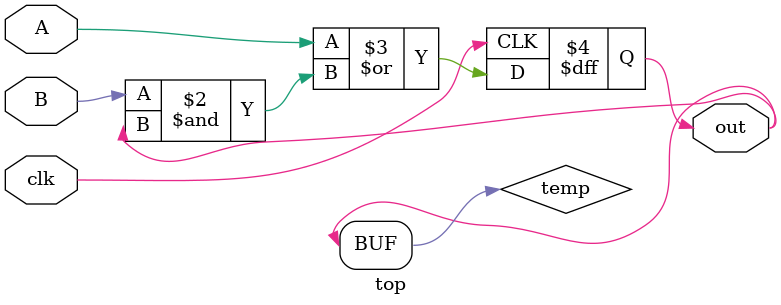
<source format=v>
module top(clk, A, B, out);
    input clk, A, B;
    output reg out;
    wire temp;
    assign temp = out;
	always @(posedge clk)
	begin
		out <= A | (B & temp);
	end
endmodule
</source>
